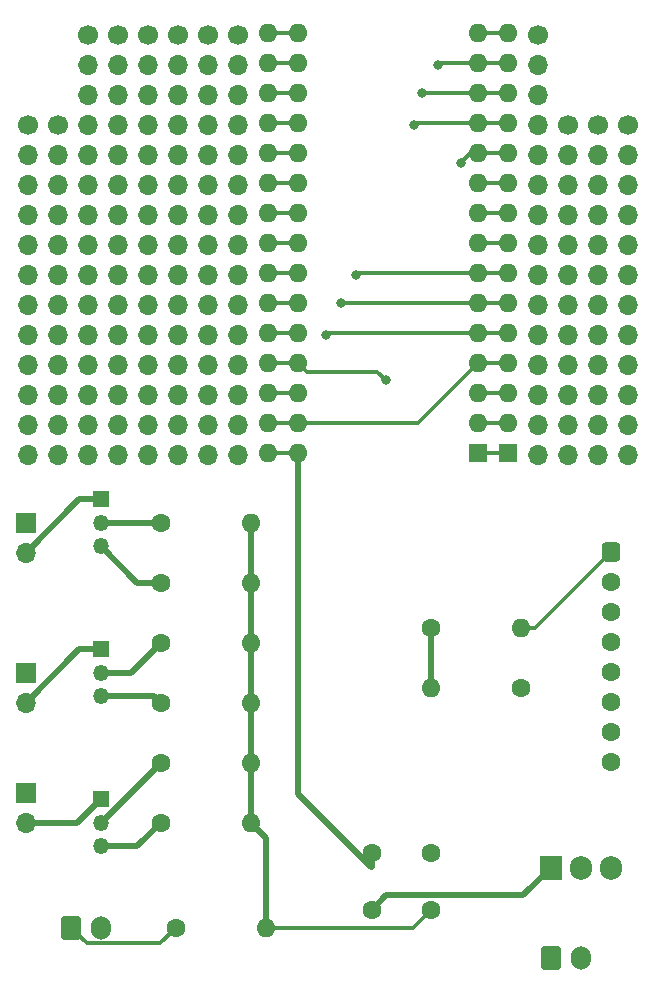
<source format=gbr>
%TF.GenerationSoftware,KiCad,Pcbnew,7.0.6*%
%TF.CreationDate,2023-07-23T20:47:22-06:00*%
%TF.ProjectId,Air,4169722e-6b69-4636-9164-5f7063625858,2*%
%TF.SameCoordinates,Original*%
%TF.FileFunction,Copper,L2,Bot*%
%TF.FilePolarity,Positive*%
%FSLAX46Y46*%
G04 Gerber Fmt 4.6, Leading zero omitted, Abs format (unit mm)*
G04 Created by KiCad (PCBNEW 7.0.6) date 2023-07-23 20:47:22*
%MOMM*%
%LPD*%
G01*
G04 APERTURE LIST*
G04 Aperture macros list*
%AMRoundRect*
0 Rectangle with rounded corners*
0 $1 Rounding radius*
0 $2 $3 $4 $5 $6 $7 $8 $9 X,Y pos of 4 corners*
0 Add a 4 corners polygon primitive as box body*
4,1,4,$2,$3,$4,$5,$6,$7,$8,$9,$2,$3,0*
0 Add four circle primitives for the rounded corners*
1,1,$1+$1,$2,$3*
1,1,$1+$1,$4,$5*
1,1,$1+$1,$6,$7*
1,1,$1+$1,$8,$9*
0 Add four rect primitives between the rounded corners*
20,1,$1+$1,$2,$3,$4,$5,0*
20,1,$1+$1,$4,$5,$6,$7,0*
20,1,$1+$1,$6,$7,$8,$9,0*
20,1,$1+$1,$8,$9,$2,$3,0*%
G04 Aperture macros list end*
%TA.AperFunction,ComponentPad*%
%ADD10O,1.600000X1.600000*%
%TD*%
%TA.AperFunction,ComponentPad*%
%ADD11R,1.600000X1.600000*%
%TD*%
%TA.AperFunction,ComponentPad*%
%ADD12C,1.600000*%
%TD*%
%TA.AperFunction,ComponentPad*%
%ADD13R,1.700000X1.700000*%
%TD*%
%TA.AperFunction,ComponentPad*%
%ADD14O,1.700000X1.700000*%
%TD*%
%TA.AperFunction,ComponentPad*%
%ADD15C,1.700000*%
%TD*%
%TA.AperFunction,ComponentPad*%
%ADD16R,1.350000X1.350000*%
%TD*%
%TA.AperFunction,ComponentPad*%
%ADD17O,1.350000X1.350000*%
%TD*%
%TA.AperFunction,ComponentPad*%
%ADD18R,1.905000X2.000000*%
%TD*%
%TA.AperFunction,ComponentPad*%
%ADD19O,1.905000X2.000000*%
%TD*%
%TA.AperFunction,ComponentPad*%
%ADD20RoundRect,0.400000X-0.400000X-0.450000X0.400000X-0.450000X0.400000X0.450000X-0.400000X0.450000X0*%
%TD*%
%TA.AperFunction,ComponentPad*%
%ADD21RoundRect,0.250000X-0.600000X-0.750000X0.600000X-0.750000X0.600000X0.750000X-0.600000X0.750000X0*%
%TD*%
%TA.AperFunction,ComponentPad*%
%ADD22O,1.700000X2.000000*%
%TD*%
%TA.AperFunction,ViaPad*%
%ADD23C,0.800000*%
%TD*%
%TA.AperFunction,Conductor*%
%ADD24C,0.300000*%
%TD*%
%TA.AperFunction,Conductor*%
%ADD25C,0.500000*%
%TD*%
G04 APERTURE END LIST*
D10*
%TO.P,A1,30,VIN*%
%TO.N,/VIN_5v*%
X64999765Y-79216152D03*
X67539765Y-79216152D03*
%TO.P,A1,29,GND*%
%TO.N,GND*%
X64999765Y-76676152D03*
X67539765Y-76676152D03*
%TO.P,A1,28,~{RESET}*%
%TO.N,unconnected-(A1-~{RESET}-Pad28)*%
X64999765Y-74136152D03*
X67539765Y-74136152D03*
%TO.P,A1,27,+5V*%
%TO.N,+5V*%
X64999765Y-71596152D03*
X67539765Y-71596152D03*
%TO.P,A1,26,A7*%
%TO.N,unconnected-(A1-A7-Pad26)*%
X64999765Y-69056152D03*
X67539765Y-69056152D03*
%TO.P,A1,25,A6*%
%TO.N,unconnected-(A1-A6-Pad25)*%
X64999765Y-66516152D03*
X67539765Y-66516152D03*
%TO.P,A1,24,A5*%
%TO.N,unconnected-(A1-A5-Pad24)*%
X64999765Y-63976152D03*
X67539765Y-63976152D03*
%TO.P,A1,23,A4*%
%TO.N,unconnected-(A1-A4-Pad23)*%
X64999765Y-61436152D03*
X67539765Y-61436152D03*
%TO.P,A1,22,A3*%
%TO.N,unconnected-(A1-A3-Pad22)*%
X64999765Y-58896152D03*
X67539765Y-58896152D03*
%TO.P,A1,21,A2*%
%TO.N,unconnected-(A1-A2-Pad21)*%
X64999765Y-56356152D03*
X67539765Y-56356152D03*
%TO.P,A1,20,A1*%
%TO.N,unconnected-(A1-A1-Pad20)*%
X64999765Y-53816152D03*
X67539765Y-53816152D03*
%TO.P,A1,19,A0*%
%TO.N,/A0_VBat*%
X64999765Y-51276152D03*
X67539765Y-51276152D03*
%TO.P,A1,18,AREF*%
%TO.N,unconnected-(A1-AREF-Pad18)*%
X64999765Y-48736152D03*
X67539765Y-48736152D03*
%TO.P,A1,17,3V3*%
%TO.N,unconnected-(A1-3V3-Pad17)*%
X64999765Y-46196152D03*
X67539765Y-46196152D03*
%TO.P,A1,16,D13*%
%TO.N,/D13_SCK*%
X64999765Y-43656152D03*
X67539765Y-43656152D03*
%TO.P,A1,15,D12*%
%TO.N,/D12_MISO*%
X82779765Y-43656152D03*
X85319765Y-43656152D03*
%TO.P,A1,14,D11*%
%TO.N,/D11_MOSI*%
X82779765Y-46196152D03*
X85319765Y-46196152D03*
%TO.P,A1,13,D10*%
%TO.N,/D10_CSN*%
X82779765Y-48736152D03*
X85319765Y-48736152D03*
%TO.P,A1,12,D9*%
%TO.N,/D9_CE*%
X82779765Y-51276152D03*
X85319765Y-51276152D03*
%TO.P,A1,11,D8*%
%TO.N,/D8_IRQ*%
X82779765Y-53816152D03*
X85319765Y-53816152D03*
%TO.P,A1,10,D7*%
%TO.N,unconnected-(A1-D7-Pad10)*%
X82779765Y-56356152D03*
X85319765Y-56356152D03*
%TO.P,A1,9,D6*%
%TO.N,unconnected-(A1-D6-Pad9)*%
X82779765Y-58896152D03*
X85319765Y-58896152D03*
%TO.P,A1,8,D5*%
%TO.N,unconnected-(A1-D5-Pad8)*%
X82779765Y-61436152D03*
X85319765Y-61436152D03*
%TO.P,A1,7,D4*%
%TO.N,/D4_F3*%
X82779765Y-63976152D03*
X85319765Y-63976152D03*
%TO.P,A1,6,D3*%
%TO.N,/D3_F2*%
X82779765Y-66516152D03*
X85319765Y-66516152D03*
%TO.P,A1,5,D2*%
%TO.N,/D2_F1*%
X82779765Y-69056152D03*
X85319765Y-69056152D03*
%TO.P,A1,4,GND*%
%TO.N,GND*%
X82779765Y-71596152D03*
X85319765Y-71596152D03*
%TO.P,A1,3,~{RESET}*%
%TO.N,unconnected-(A1-~{RESET}-Pad3)*%
X82779765Y-74136152D03*
X85319765Y-74136152D03*
%TO.P,A1,2,D0/RX*%
%TO.N,unconnected-(A1-D0{slash}RX-Pad2)*%
X82779765Y-76676152D03*
X85319765Y-76676152D03*
D11*
%TO.P,A1,1,D1/TX*%
%TO.N,unconnected-(A1-D1{slash}TX-Pad1)*%
X82779765Y-79216152D03*
X85319765Y-79216152D03*
%TD*%
D12*
%TO.P,C1,1*%
%TO.N,+12V*%
X73740000Y-117870000D03*
%TO.P,C1,2*%
%TO.N,GND*%
X78740000Y-117870000D03*
%TD*%
%TO.P,R3,1*%
%TO.N,/D3_F2*%
X55880000Y-95250000D03*
D10*
%TO.P,R3,2*%
%TO.N,GND*%
X63500000Y-95250000D03*
%TD*%
D13*
%TO.P,M2,1,+*%
%TO.N,+12V*%
X44450000Y-97790000D03*
D14*
%TO.P,M2,2,-*%
%TO.N,Net-(M2--)*%
X44450000Y-100330000D03*
%TD*%
D15*
%TO.P,REF\u002A\u002A,1*%
%TO.N,N/C*%
X52299765Y-43815000D03*
D14*
%TO.P,REF\u002A\u002A,2*%
X52299765Y-46355000D03*
%TO.P,REF\u002A\u002A,3*%
X52299765Y-48895000D03*
%TO.P,REF\u002A\u002A,4*%
X52299765Y-51435000D03*
%TO.P,REF\u002A\u002A,5*%
X52299765Y-53975000D03*
%TO.P,REF\u002A\u002A,6*%
X52299765Y-56515000D03*
%TO.P,REF\u002A\u002A,7*%
X52299765Y-59055000D03*
%TO.P,REF\u002A\u002A,8*%
X52299765Y-61595000D03*
%TO.P,REF\u002A\u002A,9*%
X52299765Y-64135000D03*
%TO.P,REF\u002A\u002A,10*%
X52299765Y-66675000D03*
%TO.P,REF\u002A\u002A,11*%
X52299765Y-69215000D03*
%TO.P,REF\u002A\u002A,12*%
X52299765Y-71755000D03*
%TO.P,REF\u002A\u002A,13*%
X52299765Y-74295000D03*
%TO.P,REF\u002A\u002A,14*%
X52299765Y-76835000D03*
%TO.P,REF\u002A\u002A,15*%
X52299765Y-79375000D03*
%TD*%
D12*
%TO.P,R2,1*%
%TO.N,Net-(Q1-E)*%
X55880000Y-90170000D03*
D10*
%TO.P,R2,2*%
%TO.N,GND*%
X63500000Y-90170000D03*
%TD*%
D16*
%TO.P,Q1,1,C*%
%TO.N,Net-(M1--)*%
X50800000Y-83090000D03*
D17*
%TO.P,Q1,2,B*%
%TO.N,/D2_F1*%
X50800000Y-85090000D03*
%TO.P,Q1,3,E*%
%TO.N,Net-(Q1-E)*%
X50800000Y-87090000D03*
%TD*%
D15*
%TO.P,REF\u002A\u002A,1*%
%TO.N,N/C*%
X87859765Y-43815000D03*
D14*
%TO.P,REF\u002A\u002A,2*%
X87859765Y-46355000D03*
%TO.P,REF\u002A\u002A,3*%
X87859765Y-48895000D03*
%TO.P,REF\u002A\u002A,4*%
X87859765Y-51435000D03*
%TO.P,REF\u002A\u002A,5*%
X87859765Y-53975000D03*
%TO.P,REF\u002A\u002A,6*%
X87859765Y-56515000D03*
%TO.P,REF\u002A\u002A,7*%
X87859765Y-59055000D03*
%TO.P,REF\u002A\u002A,8*%
X87859765Y-61595000D03*
%TO.P,REF\u002A\u002A,9*%
X87859765Y-64135000D03*
%TO.P,REF\u002A\u002A,10*%
X87859765Y-66675000D03*
%TO.P,REF\u002A\u002A,11*%
X87859765Y-69215000D03*
%TO.P,REF\u002A\u002A,12*%
X87859765Y-71755000D03*
%TO.P,REF\u002A\u002A,13*%
X87859765Y-74295000D03*
%TO.P,REF\u002A\u002A,14*%
X87859765Y-76835000D03*
%TO.P,REF\u002A\u002A,15*%
X87859765Y-79375000D03*
%TD*%
D12*
%TO.P,R6,1*%
%TO.N,Net-(J1-Pin_1)*%
X57150000Y-119380000D03*
D10*
%TO.P,R6,2*%
%TO.N,GND*%
X64770000Y-119380000D03*
%TD*%
D15*
%TO.P,REF\u002A\u002A,1*%
%TO.N,N/C*%
X95479765Y-51435000D03*
D14*
%TO.P,REF\u002A\u002A,2*%
X95479765Y-53975000D03*
%TO.P,REF\u002A\u002A,3*%
X95479765Y-56515000D03*
%TO.P,REF\u002A\u002A,4*%
X95479765Y-59055000D03*
%TO.P,REF\u002A\u002A,5*%
X95479765Y-61595000D03*
%TO.P,REF\u002A\u002A,6*%
X95479765Y-64135000D03*
%TO.P,REF\u002A\u002A,7*%
X95479765Y-66675000D03*
%TO.P,REF\u002A\u002A,8*%
X95479765Y-69215000D03*
%TO.P,REF\u002A\u002A,9*%
X95479765Y-71755000D03*
%TO.P,REF\u002A\u002A,10*%
X95479765Y-74295000D03*
%TO.P,REF\u002A\u002A,11*%
X95479765Y-76835000D03*
%TO.P,REF\u002A\u002A,12*%
X95479765Y-79375000D03*
%TD*%
D12*
%TO.P,R7,1*%
%TO.N,Net-(Q2-E)*%
X55880000Y-100330000D03*
D10*
%TO.P,R7,2*%
%TO.N,GND*%
X63500000Y-100330000D03*
%TD*%
D16*
%TO.P,Q3,1,C*%
%TO.N,Net-(M3--)*%
X50800000Y-108490000D03*
D17*
%TO.P,Q3,2,B*%
%TO.N,/D4_F3*%
X50800000Y-110490000D03*
%TO.P,Q3,3,E*%
%TO.N,Net-(Q3-E)*%
X50800000Y-112490000D03*
%TD*%
D15*
%TO.P,REF\u002A\u002A,1*%
%TO.N,N/C*%
X92939765Y-51435000D03*
D14*
%TO.P,REF\u002A\u002A,2*%
X92939765Y-53975000D03*
%TO.P,REF\u002A\u002A,3*%
X92939765Y-56515000D03*
%TO.P,REF\u002A\u002A,4*%
X92939765Y-59055000D03*
%TO.P,REF\u002A\u002A,5*%
X92939765Y-61595000D03*
%TO.P,REF\u002A\u002A,6*%
X92939765Y-64135000D03*
%TO.P,REF\u002A\u002A,7*%
X92939765Y-66675000D03*
%TO.P,REF\u002A\u002A,8*%
X92939765Y-69215000D03*
%TO.P,REF\u002A\u002A,9*%
X92939765Y-71755000D03*
%TO.P,REF\u002A\u002A,10*%
X92939765Y-74295000D03*
%TO.P,REF\u002A\u002A,11*%
X92939765Y-76835000D03*
%TO.P,REF\u002A\u002A,12*%
X92939765Y-79375000D03*
%TD*%
D15*
%TO.P,REF\u002A\u002A,1*%
%TO.N,N/C*%
X54839765Y-43815000D03*
D14*
%TO.P,REF\u002A\u002A,2*%
X54839765Y-46355000D03*
%TO.P,REF\u002A\u002A,3*%
X54839765Y-48895000D03*
%TO.P,REF\u002A\u002A,4*%
X54839765Y-51435000D03*
%TO.P,REF\u002A\u002A,5*%
X54839765Y-53975000D03*
%TO.P,REF\u002A\u002A,6*%
X54839765Y-56515000D03*
%TO.P,REF\u002A\u002A,7*%
X54839765Y-59055000D03*
%TO.P,REF\u002A\u002A,8*%
X54839765Y-61595000D03*
%TO.P,REF\u002A\u002A,9*%
X54839765Y-64135000D03*
%TO.P,REF\u002A\u002A,10*%
X54839765Y-66675000D03*
%TO.P,REF\u002A\u002A,11*%
X54839765Y-69215000D03*
%TO.P,REF\u002A\u002A,12*%
X54839765Y-71755000D03*
%TO.P,REF\u002A\u002A,13*%
X54839765Y-74295000D03*
%TO.P,REF\u002A\u002A,14*%
X54839765Y-76835000D03*
%TO.P,REF\u002A\u002A,15*%
X54839765Y-79375000D03*
%TD*%
D15*
%TO.P,REF\u002A\u002A,1*%
%TO.N,N/C*%
X62459765Y-43815000D03*
D14*
%TO.P,REF\u002A\u002A,2*%
X62459765Y-46355000D03*
%TO.P,REF\u002A\u002A,3*%
X62459765Y-48895000D03*
%TO.P,REF\u002A\u002A,4*%
X62459765Y-51435000D03*
%TO.P,REF\u002A\u002A,5*%
X62459765Y-53975000D03*
%TO.P,REF\u002A\u002A,6*%
X62459765Y-56515000D03*
%TO.P,REF\u002A\u002A,7*%
X62459765Y-59055000D03*
%TO.P,REF\u002A\u002A,8*%
X62459765Y-61595000D03*
%TO.P,REF\u002A\u002A,9*%
X62459765Y-64135000D03*
%TO.P,REF\u002A\u002A,10*%
X62459765Y-66675000D03*
%TO.P,REF\u002A\u002A,11*%
X62459765Y-69215000D03*
%TO.P,REF\u002A\u002A,12*%
X62459765Y-71755000D03*
%TO.P,REF\u002A\u002A,13*%
X62459765Y-74295000D03*
%TO.P,REF\u002A\u002A,14*%
X62459765Y-76835000D03*
%TO.P,REF\u002A\u002A,15*%
X62459765Y-79375000D03*
%TD*%
D15*
%TO.P,REF\u002A\u002A,1*%
%TO.N,N/C*%
X44679765Y-51435000D03*
D14*
%TO.P,REF\u002A\u002A,2*%
X44679765Y-53975000D03*
%TO.P,REF\u002A\u002A,3*%
X44679765Y-56515000D03*
%TO.P,REF\u002A\u002A,4*%
X44679765Y-59055000D03*
%TO.P,REF\u002A\u002A,5*%
X44679765Y-61595000D03*
%TO.P,REF\u002A\u002A,6*%
X44679765Y-64135000D03*
%TO.P,REF\u002A\u002A,7*%
X44679765Y-66675000D03*
%TO.P,REF\u002A\u002A,8*%
X44679765Y-69215000D03*
%TO.P,REF\u002A\u002A,9*%
X44679765Y-71755000D03*
%TO.P,REF\u002A\u002A,10*%
X44679765Y-74295000D03*
%TO.P,REF\u002A\u002A,11*%
X44679765Y-76835000D03*
%TO.P,REF\u002A\u002A,12*%
X44679765Y-79375000D03*
%TD*%
D13*
%TO.P,M3,1,+*%
%TO.N,+12V*%
X44475000Y-107970000D03*
D14*
%TO.P,M3,2,-*%
%TO.N,Net-(M3--)*%
X44475000Y-110510000D03*
%TD*%
D15*
%TO.P,REF\u002A\u002A,1*%
%TO.N,N/C*%
X47219765Y-51435000D03*
D14*
%TO.P,REF\u002A\u002A,2*%
X47219765Y-53975000D03*
%TO.P,REF\u002A\u002A,3*%
X47219765Y-56515000D03*
%TO.P,REF\u002A\u002A,4*%
X47219765Y-59055000D03*
%TO.P,REF\u002A\u002A,5*%
X47219765Y-61595000D03*
%TO.P,REF\u002A\u002A,6*%
X47219765Y-64135000D03*
%TO.P,REF\u002A\u002A,7*%
X47219765Y-66675000D03*
%TO.P,REF\u002A\u002A,8*%
X47219765Y-69215000D03*
%TO.P,REF\u002A\u002A,9*%
X47219765Y-71755000D03*
%TO.P,REF\u002A\u002A,10*%
X47219765Y-74295000D03*
%TO.P,REF\u002A\u002A,11*%
X47219765Y-76835000D03*
%TO.P,REF\u002A\u002A,12*%
X47219765Y-79375000D03*
%TD*%
D12*
%TO.P,R4,1*%
%TO.N,+12V*%
X86360000Y-99060000D03*
D10*
%TO.P,R4,2*%
%TO.N,/A0_VBat*%
X78740000Y-99060000D03*
%TD*%
D12*
%TO.P,R1,1*%
%TO.N,/D2_F1*%
X55880000Y-85090000D03*
D10*
%TO.P,R1,2*%
%TO.N,GND*%
X63500000Y-85090000D03*
%TD*%
D13*
%TO.P,M1,1,+*%
%TO.N,+12V*%
X44450000Y-85090000D03*
D14*
%TO.P,M1,2,-*%
%TO.N,Net-(M1--)*%
X44450000Y-87630000D03*
%TD*%
D18*
%TO.P,LM7805,1,VI*%
%TO.N,+12V*%
X88900000Y-114300000D03*
D19*
%TO.P,LM7805,2,GND*%
%TO.N,GND*%
X91440000Y-114300000D03*
%TO.P,LM7805,3,VO*%
%TO.N,/VIN_5v*%
X93980000Y-114300000D03*
%TD*%
D12*
%TO.P,R8,1*%
%TO.N,/D4_F3*%
X55880000Y-105410000D03*
D10*
%TO.P,R8,2*%
%TO.N,GND*%
X63500000Y-105410000D03*
%TD*%
D12*
%TO.P,R5,1*%
%TO.N,/A0_VBat*%
X78740000Y-93980000D03*
D10*
%TO.P,R5,2*%
%TO.N,GND*%
X86360000Y-93980000D03*
%TD*%
D15*
%TO.P,REF\u002A\u002A,1*%
%TO.N,N/C*%
X57379765Y-43815000D03*
D14*
%TO.P,REF\u002A\u002A,2*%
X57379765Y-46355000D03*
%TO.P,REF\u002A\u002A,3*%
X57379765Y-48895000D03*
%TO.P,REF\u002A\u002A,4*%
X57379765Y-51435000D03*
%TO.P,REF\u002A\u002A,5*%
X57379765Y-53975000D03*
%TO.P,REF\u002A\u002A,6*%
X57379765Y-56515000D03*
%TO.P,REF\u002A\u002A,7*%
X57379765Y-59055000D03*
%TO.P,REF\u002A\u002A,8*%
X57379765Y-61595000D03*
%TO.P,REF\u002A\u002A,9*%
X57379765Y-64135000D03*
%TO.P,REF\u002A\u002A,10*%
X57379765Y-66675000D03*
%TO.P,REF\u002A\u002A,11*%
X57379765Y-69215000D03*
%TO.P,REF\u002A\u002A,12*%
X57379765Y-71755000D03*
%TO.P,REF\u002A\u002A,13*%
X57379765Y-74295000D03*
%TO.P,REF\u002A\u002A,14*%
X57379765Y-76835000D03*
%TO.P,REF\u002A\u002A,15*%
X57379765Y-79375000D03*
%TD*%
D20*
%TO.P,U2,1,GND*%
%TO.N,GND*%
X93980000Y-87614119D03*
D12*
%TO.P,U2,2,IRQ*%
%TO.N,/D8_IRQ*%
X93980000Y-90154119D03*
%TO.P,U2,3,MISO*%
%TO.N,/D12_MISO*%
X93980000Y-92694119D03*
%TO.P,U2,4,MOSI*%
%TO.N,/D11_MOSI*%
X93980000Y-95234119D03*
%TO.P,U2,5,SCK*%
%TO.N,/D13_SCK*%
X93980000Y-97774119D03*
%TO.P,U2,6,CSN*%
%TO.N,/D10_CSN*%
X93980000Y-100314119D03*
%TO.P,U2,7,CE*%
%TO.N,/D9_CE*%
X93980000Y-102854119D03*
%TO.P,U2,8,VCC*%
%TO.N,+5V*%
X93980000Y-105394119D03*
%TD*%
%TO.P,R9,1*%
%TO.N,Net-(Q3-E)*%
X55880000Y-110490000D03*
D10*
%TO.P,R9,2*%
%TO.N,GND*%
X63500000Y-110490000D03*
%TD*%
D12*
%TO.P,C2,1*%
%TO.N,/VIN_5v*%
X73740000Y-113030000D03*
%TO.P,C2,2*%
%TO.N,GND*%
X78740000Y-113030000D03*
%TD*%
D16*
%TO.P,Q2,1,C*%
%TO.N,Net-(M2--)*%
X50800000Y-95790000D03*
D17*
%TO.P,Q2,2,B*%
%TO.N,/D3_F2*%
X50800000Y-97790000D03*
%TO.P,Q2,3,E*%
%TO.N,Net-(Q2-E)*%
X50800000Y-99790000D03*
%TD*%
D15*
%TO.P,REF\u002A\u002A,1*%
%TO.N,N/C*%
X90399765Y-51435000D03*
D14*
%TO.P,REF\u002A\u002A,2*%
X90399765Y-53975000D03*
%TO.P,REF\u002A\u002A,3*%
X90399765Y-56515000D03*
%TO.P,REF\u002A\u002A,4*%
X90399765Y-59055000D03*
%TO.P,REF\u002A\u002A,5*%
X90399765Y-61595000D03*
%TO.P,REF\u002A\u002A,6*%
X90399765Y-64135000D03*
%TO.P,REF\u002A\u002A,7*%
X90399765Y-66675000D03*
%TO.P,REF\u002A\u002A,8*%
X90399765Y-69215000D03*
%TO.P,REF\u002A\u002A,9*%
X90399765Y-71755000D03*
%TO.P,REF\u002A\u002A,10*%
X90399765Y-74295000D03*
%TO.P,REF\u002A\u002A,11*%
X90399765Y-76835000D03*
%TO.P,REF\u002A\u002A,12*%
X90399765Y-79375000D03*
%TD*%
D15*
%TO.P,REF\u002A\u002A,1*%
%TO.N,N/C*%
X59919765Y-43815000D03*
D14*
%TO.P,REF\u002A\u002A,2*%
X59919765Y-46355000D03*
%TO.P,REF\u002A\u002A,3*%
X59919765Y-48895000D03*
%TO.P,REF\u002A\u002A,4*%
X59919765Y-51435000D03*
%TO.P,REF\u002A\u002A,5*%
X59919765Y-53975000D03*
%TO.P,REF\u002A\u002A,6*%
X59919765Y-56515000D03*
%TO.P,REF\u002A\u002A,7*%
X59919765Y-59055000D03*
%TO.P,REF\u002A\u002A,8*%
X59919765Y-61595000D03*
%TO.P,REF\u002A\u002A,9*%
X59919765Y-64135000D03*
%TO.P,REF\u002A\u002A,10*%
X59919765Y-66675000D03*
%TO.P,REF\u002A\u002A,11*%
X59919765Y-69215000D03*
%TO.P,REF\u002A\u002A,12*%
X59919765Y-71755000D03*
%TO.P,REF\u002A\u002A,13*%
X59919765Y-74295000D03*
%TO.P,REF\u002A\u002A,14*%
X59919765Y-76835000D03*
%TO.P,REF\u002A\u002A,15*%
X59919765Y-79375000D03*
%TD*%
D21*
%TO.P,J1,1,Pin_1*%
%TO.N,Net-(J1-Pin_1)*%
X48300000Y-119380000D03*
D22*
%TO.P,J1,2,Pin_2*%
%TO.N,+12V*%
X50840000Y-119380000D03*
%TD*%
D15*
%TO.P,REF\u002A\u002A,1*%
%TO.N,N/C*%
X49759765Y-43815000D03*
D14*
%TO.P,REF\u002A\u002A,2*%
X49759765Y-46355000D03*
%TO.P,REF\u002A\u002A,3*%
X49759765Y-48895000D03*
%TO.P,REF\u002A\u002A,4*%
X49759765Y-51435000D03*
%TO.P,REF\u002A\u002A,5*%
X49759765Y-53975000D03*
%TO.P,REF\u002A\u002A,6*%
X49759765Y-56515000D03*
%TO.P,REF\u002A\u002A,7*%
X49759765Y-59055000D03*
%TO.P,REF\u002A\u002A,8*%
X49759765Y-61595000D03*
%TO.P,REF\u002A\u002A,9*%
X49759765Y-64135000D03*
%TO.P,REF\u002A\u002A,10*%
X49759765Y-66675000D03*
%TO.P,REF\u002A\u002A,11*%
X49759765Y-69215000D03*
%TO.P,REF\u002A\u002A,12*%
X49759765Y-71755000D03*
%TO.P,REF\u002A\u002A,13*%
X49759765Y-74295000D03*
%TO.P,REF\u002A\u002A,14*%
X49759765Y-76835000D03*
%TO.P,REF\u002A\u002A,15*%
X49759765Y-79375000D03*
%TD*%
D21*
%TO.P,J2,1,Pin_1*%
%TO.N,+12V*%
X88940000Y-121920000D03*
D22*
%TO.P,J2,2,Pin_2*%
%TO.N,GND*%
X91480000Y-121920000D03*
%TD*%
D23*
%TO.N,+5V*%
X74930000Y-73025000D03*
%TO.N,/D2_F1*%
X69850000Y-69215000D03*
%TO.N,/D3_F2*%
X71120000Y-66516152D03*
%TO.N,/D4_F3*%
X72390000Y-64135000D03*
%TO.N,/D8_IRQ*%
X81280000Y-54610000D03*
%TO.N,/D9_CE*%
X77355500Y-51435000D03*
%TO.N,/D10_CSN*%
X77990500Y-48736152D03*
%TO.N,/D11_MOSI*%
X79375000Y-46355000D03*
%TD*%
D24*
%TO.N,unconnected-(A1-D1{slash}TX-Pad1)*%
X82779765Y-79216152D02*
X85319765Y-79216152D01*
%TO.N,unconnected-(A1-D0{slash}RX-Pad2)*%
X82779765Y-76676152D02*
X85319765Y-76676152D01*
%TO.N,unconnected-(A1-~{RESET}-Pad3)*%
X85319765Y-74136152D02*
X82779765Y-74136152D01*
%TO.N,GND*%
X82779765Y-71596152D02*
X77699765Y-76676152D01*
X87614119Y-93980000D02*
X93980000Y-87614119D01*
X77699765Y-76676152D02*
X67539765Y-76676152D01*
X86360000Y-93980000D02*
X87614119Y-93980000D01*
D25*
X64770000Y-119380000D02*
X64770000Y-111760000D01*
D24*
X82779765Y-71596152D02*
X85319765Y-71596152D01*
D25*
X64770000Y-111760000D02*
X63500000Y-110490000D01*
D24*
X64770000Y-119380000D02*
X77230000Y-119380000D01*
X67539765Y-76676152D02*
X64999765Y-76676152D01*
D25*
X63500000Y-110490000D02*
X63500000Y-85090000D01*
D24*
X77230000Y-119380000D02*
X78740000Y-117870000D01*
%TO.N,unconnected-(A1-D5-Pad8)*%
X82779765Y-61436152D02*
X85319765Y-61436152D01*
%TO.N,unconnected-(A1-D6-Pad9)*%
X85319765Y-58896152D02*
X82779765Y-58896152D01*
%TO.N,unconnected-(A1-D7-Pad10)*%
X82779765Y-56356152D02*
X85319765Y-56356152D01*
%TO.N,unconnected-(A1-3V3-Pad17)*%
X67539765Y-46196152D02*
X64999765Y-46196152D01*
%TO.N,unconnected-(A1-AREF-Pad18)*%
X67539765Y-48736152D02*
X64999765Y-48736152D01*
%TO.N,unconnected-(A1-A1-Pad20)*%
X67539765Y-53816152D02*
X64999765Y-53816152D01*
%TO.N,unconnected-(A1-A2-Pad21)*%
X67539765Y-56356152D02*
X64999765Y-56356152D01*
%TO.N,unconnected-(A1-A3-Pad22)*%
X67539765Y-58896152D02*
X64999765Y-58896152D01*
%TO.N,unconnected-(A1-A4-Pad23)*%
X67539765Y-61436152D02*
X64999765Y-61436152D01*
%TO.N,unconnected-(A1-A5-Pad24)*%
X67539765Y-63976152D02*
X64999765Y-63976152D01*
%TO.N,unconnected-(A1-A6-Pad25)*%
X67539765Y-66516152D02*
X64999765Y-66516152D01*
%TO.N,unconnected-(A1-A7-Pad26)*%
X67539765Y-69056152D02*
X64999765Y-69056152D01*
%TO.N,+5V*%
X68272038Y-72328425D02*
X67539765Y-71596152D01*
X74930000Y-73025000D02*
X74233425Y-72328425D01*
X67539765Y-71596152D02*
X64999765Y-71596152D01*
X74233425Y-72328425D02*
X68272038Y-72328425D01*
%TO.N,unconnected-(A1-~{RESET}-Pad28)*%
X67539765Y-74136152D02*
X64999765Y-74136152D01*
D25*
%TO.N,+12V*%
X74990000Y-116620000D02*
X86580000Y-116620000D01*
X86580000Y-116620000D02*
X88900000Y-114300000D01*
X73740000Y-117870000D02*
X74990000Y-116620000D01*
%TO.N,Net-(M1--)*%
X44450000Y-87630000D02*
X48990000Y-83090000D01*
X48990000Y-83090000D02*
X50800000Y-83090000D01*
%TO.N,Net-(M2--)*%
X44450000Y-100330000D02*
X48990000Y-95790000D01*
X48990000Y-95790000D02*
X50800000Y-95790000D01*
%TO.N,Net-(M3--)*%
X48800000Y-110490000D02*
X44495000Y-110490000D01*
X44495000Y-110490000D02*
X44475000Y-110510000D01*
X48800000Y-110490000D02*
X50800000Y-108490000D01*
D24*
%TO.N,/D2_F1*%
X82779765Y-69056152D02*
X85319765Y-69056152D01*
X69850000Y-69215000D02*
X70008848Y-69056152D01*
D25*
X55880000Y-85090000D02*
X50800000Y-85090000D01*
D24*
X70008848Y-69056152D02*
X82779765Y-69056152D01*
%TO.N,/D3_F2*%
X82779765Y-66516152D02*
X85319765Y-66516152D01*
D25*
X53340000Y-97790000D02*
X55880000Y-95250000D01*
D24*
X71120000Y-66516152D02*
X82779765Y-66516152D01*
D25*
X50800000Y-97790000D02*
X53340000Y-97790000D01*
D24*
%TO.N,/D4_F3*%
X72548848Y-63976152D02*
X82779765Y-63976152D01*
X82779765Y-63976152D02*
X85319765Y-63976152D01*
X72390000Y-64135000D02*
X72548848Y-63976152D01*
D25*
X50800000Y-110490000D02*
X55880000Y-105410000D01*
D24*
%TO.N,/D8_IRQ*%
X82779765Y-53816152D02*
X82073848Y-53816152D01*
X82073848Y-53816152D02*
X81280000Y-54610000D01*
X85319765Y-53816152D02*
X82779765Y-53816152D01*
%TO.N,/D9_CE*%
X77514348Y-51276152D02*
X82779765Y-51276152D01*
X82779765Y-51276152D02*
X85319765Y-51276152D01*
X77355500Y-51435000D02*
X77514348Y-51276152D01*
%TO.N,/D10_CSN*%
X85319765Y-48736152D02*
X82779765Y-48736152D01*
X77990500Y-48736152D02*
X82779765Y-48736152D01*
%TO.N,/D11_MOSI*%
X82779765Y-46196152D02*
X79533848Y-46196152D01*
X79533848Y-46196152D02*
X79375000Y-46355000D01*
X82779765Y-46196152D02*
X85319765Y-46196152D01*
%TO.N,/D12_MISO*%
X85319765Y-43656152D02*
X82779765Y-43656152D01*
%TO.N,/D13_SCK*%
X67539765Y-43656152D02*
X64999765Y-43656152D01*
D25*
%TO.N,/A0_VBat*%
X78740000Y-93980000D02*
X78740000Y-99060000D01*
D24*
X67539765Y-51276152D02*
X64999765Y-51276152D01*
D25*
%TO.N,/VIN_5v*%
X67539765Y-108099765D02*
X73700000Y-114260000D01*
X73740000Y-113030000D02*
X73740000Y-114220000D01*
D24*
X67539765Y-79216152D02*
X64999765Y-79216152D01*
D25*
X67539765Y-79216152D02*
X67539765Y-108099765D01*
%TO.N,Net-(Q1-E)*%
X50800000Y-87090000D02*
X53880000Y-90170000D01*
X53880000Y-90170000D02*
X55880000Y-90170000D01*
D24*
%TO.N,Net-(J1-Pin_1)*%
X57150000Y-119380000D02*
X55800000Y-120730000D01*
X49650000Y-120730000D02*
X48300000Y-119380000D01*
X55800000Y-120730000D02*
X49650000Y-120730000D01*
D25*
%TO.N,Net-(Q2-E)*%
X55340000Y-99790000D02*
X55880000Y-100330000D01*
X50800000Y-99790000D02*
X55340000Y-99790000D01*
%TO.N,Net-(Q3-E)*%
X50800000Y-112490000D02*
X53880000Y-112490000D01*
X53880000Y-112490000D02*
X55880000Y-110490000D01*
%TD*%
M02*

</source>
